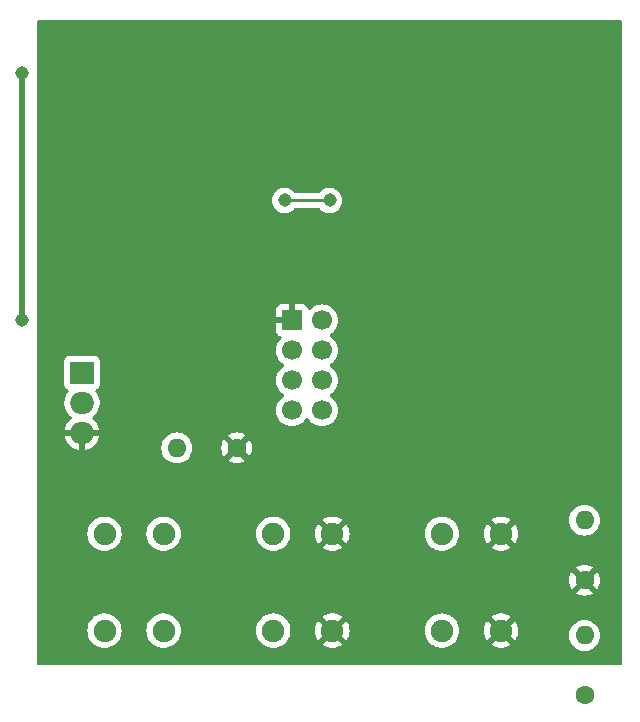
<source format=gbr>
%TF.GenerationSoftware,KiCad,Pcbnew,7.0.9*%
%TF.CreationDate,2024-07-01T11:41:40-07:00*%
%TF.ProjectId,detonator,6465746f-6e61-4746-9f72-2e6b69636164,rev?*%
%TF.SameCoordinates,Original*%
%TF.FileFunction,Copper,L2,Bot*%
%TF.FilePolarity,Positive*%
%FSLAX46Y46*%
G04 Gerber Fmt 4.6, Leading zero omitted, Abs format (unit mm)*
G04 Created by KiCad (PCBNEW 7.0.9) date 2024-07-01 11:41:40*
%MOMM*%
%LPD*%
G01*
G04 APERTURE LIST*
%TA.AperFunction,ComponentPad*%
%ADD10C,1.600000*%
%TD*%
%TA.AperFunction,ComponentPad*%
%ADD11O,1.600000X1.600000*%
%TD*%
%TA.AperFunction,ComponentPad*%
%ADD12C,1.700000*%
%TD*%
%TA.AperFunction,ComponentPad*%
%ADD13R,1.700000X1.700000*%
%TD*%
%TA.AperFunction,ComponentPad*%
%ADD14C,1.905000*%
%TD*%
%TA.AperFunction,ComponentPad*%
%ADD15O,2.000000X1.905000*%
%TD*%
%TA.AperFunction,ComponentPad*%
%ADD16R,2.000000X1.905000*%
%TD*%
%TA.AperFunction,ViaPad*%
%ADD17C,1.143000*%
%TD*%
%TA.AperFunction,Conductor*%
%ADD18C,0.254000*%
%TD*%
%TA.AperFunction,Conductor*%
%ADD19C,0.508000*%
%TD*%
G04 APERTURE END LIST*
D10*
%TO.P,SW2,1,1*%
%TO.N,Net-(BT1-+)*%
X182245000Y-119380000D03*
D11*
%TO.P,SW2,2,2*%
%TO.N,Net-(U2-VSYS)*%
X182245000Y-114300000D03*
%TD*%
D12*
%TO.P,U1,8,IRQ*%
%TO.N,unconnected-(U1-IRQ-Pad8)*%
X160020000Y-95250000D03*
%TO.P,U1,7,MISO*%
%TO.N,Net-(U1-MISO)*%
X157480000Y-95250000D03*
%TO.P,U1,6,MOSI*%
%TO.N,Net-(U1-MOSI)*%
X160020000Y-92710000D03*
%TO.P,U1,5,SCK*%
%TO.N,Net-(U1-SCK)*%
X157480000Y-92710000D03*
%TO.P,U1,4,~{CSN}*%
%TO.N,Net-(U1-~{CSN})*%
X160020000Y-90170000D03*
%TO.P,U1,3,CE*%
%TO.N,Net-(U1-CE)*%
X157480000Y-90170000D03*
%TO.P,U1,2,VCC*%
%TO.N,Net-(U1-VCC)*%
X160020000Y-87630000D03*
D13*
%TO.P,U1,1,GND*%
%TO.N,GND*%
X157480000Y-87630000D03*
%TD*%
D11*
%TO.P,SW1,2,2*%
%TO.N,Net-(U2-GP22)*%
X182245000Y-104550000D03*
D10*
%TO.P,SW1,1,1*%
%TO.N,GND*%
X182245000Y-109630000D03*
%TD*%
D14*
%TO.P,R2,1*%
%TO.N,Net-(Q1-D)*%
X141605000Y-105693800D03*
X141605000Y-113893799D03*
%TO.P,R2,2*%
%TO.N,Net-(BT2-+)*%
X146605000Y-105693800D03*
X146605000Y-113893799D03*
%TD*%
D11*
%TO.P,R1,2*%
%TO.N,Net-(Q1-G)*%
X147730000Y-98425000D03*
D10*
%TO.P,R1,1*%
%TO.N,GND*%
X152810000Y-98425000D03*
%TD*%
D15*
%TO.P,Q1,3,S*%
%TO.N,GND*%
X139700000Y-97155000D03*
%TO.P,Q1,2,D*%
%TO.N,Net-(Q1-D)*%
X139700000Y-94615000D03*
D16*
%TO.P,Q1,1,G*%
%TO.N,Net-(Q1-G)*%
X139700000Y-92075000D03*
%TD*%
D14*
%TO.P,BT2,2,-*%
%TO.N,GND*%
X160894399Y-113895199D03*
X160894399Y-105695200D03*
%TO.P,BT2,1,+*%
%TO.N,Net-(BT2-+)*%
X155894399Y-113895199D03*
X155894399Y-105695200D03*
%TD*%
%TO.P,BT1,2,-*%
%TO.N,GND*%
X175180000Y-113895199D03*
X175180000Y-105695200D03*
%TO.P,BT1,1,+*%
%TO.N,Net-(BT1-+)*%
X170180000Y-113895199D03*
X170180000Y-105695200D03*
%TD*%
D17*
%TO.N,Net-(U2-GP22)*%
X156845000Y-77470000D03*
X160655000Y-77470000D03*
%TO.N,Net-(Q1-G)*%
X134620000Y-66675000D03*
X134620000Y-87630000D03*
%TO.N,GND*%
X165100000Y-66675000D03*
X139700000Y-66675000D03*
X152400000Y-66675000D03*
X152400000Y-79375000D03*
X139700000Y-79375000D03*
X177800000Y-79375000D03*
X165100000Y-79375000D03*
X177800000Y-66675000D03*
%TD*%
D18*
%TO.N,Net-(U2-GP22)*%
X160655000Y-77470000D02*
X156845000Y-77470000D01*
D19*
%TO.N,Net-(Q1-G)*%
X134620000Y-87630000D02*
X134620000Y-66675000D01*
%TD*%
%TA.AperFunction,Conductor*%
%TO.N,GND*%
G36*
X185363039Y-62249685D02*
G01*
X185408794Y-62302489D01*
X185420000Y-62354000D01*
X185420000Y-116716000D01*
X185400315Y-116783039D01*
X185347511Y-116828794D01*
X185296000Y-116840000D01*
X136014000Y-116840000D01*
X135946961Y-116820315D01*
X135901206Y-116767511D01*
X135890000Y-116716000D01*
X135890000Y-113893804D01*
X140147020Y-113893804D01*
X140166904Y-114133771D01*
X140166904Y-114133774D01*
X140166905Y-114133775D01*
X140167259Y-114135171D01*
X140226017Y-114367204D01*
X140249997Y-114421874D01*
X140322745Y-114587721D01*
X140454449Y-114789309D01*
X140617537Y-114966470D01*
X140807561Y-115114371D01*
X141019336Y-115228978D01*
X141137598Y-115269577D01*
X141247083Y-115307164D01*
X141247085Y-115307164D01*
X141247087Y-115307165D01*
X141484601Y-115346799D01*
X141484602Y-115346799D01*
X141725398Y-115346799D01*
X141725399Y-115346799D01*
X141962913Y-115307165D01*
X142190664Y-115228978D01*
X142402439Y-115114371D01*
X142592463Y-114966470D01*
X142755551Y-114789309D01*
X142887255Y-114587721D01*
X142983983Y-114367204D01*
X143043095Y-114133775D01*
X143062864Y-113895198D01*
X143062980Y-113893804D01*
X145147020Y-113893804D01*
X145166904Y-114133771D01*
X145166904Y-114133774D01*
X145166905Y-114133775D01*
X145167259Y-114135171D01*
X145226017Y-114367204D01*
X145249997Y-114421874D01*
X145322745Y-114587721D01*
X145454449Y-114789309D01*
X145617537Y-114966470D01*
X145807561Y-115114371D01*
X146019336Y-115228978D01*
X146137598Y-115269577D01*
X146247083Y-115307164D01*
X146247085Y-115307164D01*
X146247087Y-115307165D01*
X146484601Y-115346799D01*
X146484602Y-115346799D01*
X146725398Y-115346799D01*
X146725399Y-115346799D01*
X146962913Y-115307165D01*
X147190664Y-115228978D01*
X147402439Y-115114371D01*
X147592463Y-114966470D01*
X147755551Y-114789309D01*
X147887255Y-114587721D01*
X147983983Y-114367204D01*
X148043095Y-114133775D01*
X148062864Y-113895204D01*
X154436419Y-113895204D01*
X154456303Y-114135171D01*
X154515416Y-114368604D01*
X154612038Y-114588881D01*
X154612144Y-114589121D01*
X154743848Y-114790709D01*
X154906936Y-114967870D01*
X155057373Y-115084959D01*
X155096421Y-115115352D01*
X155096960Y-115115771D01*
X155140144Y-115139141D01*
X155307877Y-115229914D01*
X155308735Y-115230378D01*
X155426997Y-115270977D01*
X155536482Y-115308564D01*
X155536484Y-115308564D01*
X155536486Y-115308565D01*
X155774000Y-115348199D01*
X155774001Y-115348199D01*
X156014797Y-115348199D01*
X156014798Y-115348199D01*
X156252312Y-115308565D01*
X156480063Y-115230378D01*
X156691838Y-115115771D01*
X156881862Y-114967870D01*
X157044950Y-114790709D01*
X157176654Y-114589121D01*
X157273382Y-114368604D01*
X157332494Y-114135175D01*
X157352379Y-113895204D01*
X159436921Y-113895204D01*
X159456798Y-114135088D01*
X159515890Y-114368439D01*
X159612584Y-114588881D01*
X159705279Y-114730762D01*
X160255369Y-114180673D01*
X160315323Y-114294906D01*
X160427806Y-114421874D01*
X160567406Y-114518232D01*
X160609104Y-114534046D01*
X160058189Y-115084960D01*
X160058190Y-115084961D01*
X160097231Y-115115348D01*
X160097237Y-115115352D01*
X160308930Y-115229914D01*
X160308944Y-115229920D01*
X160536606Y-115308078D01*
X160774041Y-115347699D01*
X161014757Y-115347699D01*
X161252191Y-115308078D01*
X161479853Y-115229920D01*
X161479867Y-115229914D01*
X161691559Y-115115353D01*
X161691567Y-115115348D01*
X161730606Y-115084961D01*
X161730607Y-115084959D01*
X161179694Y-114534046D01*
X161221392Y-114518232D01*
X161360992Y-114421874D01*
X161473475Y-114294906D01*
X161533428Y-114180675D01*
X162083516Y-114730763D01*
X162176214Y-114588878D01*
X162272907Y-114368439D01*
X162331999Y-114135088D01*
X162351877Y-113895204D01*
X168722020Y-113895204D01*
X168741904Y-114135171D01*
X168801017Y-114368604D01*
X168897639Y-114588881D01*
X168897745Y-114589121D01*
X169029449Y-114790709D01*
X169192537Y-114967870D01*
X169342974Y-115084959D01*
X169382022Y-115115352D01*
X169382561Y-115115771D01*
X169425745Y-115139141D01*
X169593478Y-115229914D01*
X169594336Y-115230378D01*
X169712598Y-115270977D01*
X169822083Y-115308564D01*
X169822085Y-115308564D01*
X169822087Y-115308565D01*
X170059601Y-115348199D01*
X170059602Y-115348199D01*
X170300398Y-115348199D01*
X170300399Y-115348199D01*
X170537913Y-115308565D01*
X170765664Y-115230378D01*
X170977439Y-115115771D01*
X171167463Y-114967870D01*
X171330551Y-114790709D01*
X171462255Y-114589121D01*
X171558983Y-114368604D01*
X171618095Y-114135175D01*
X171637980Y-113895204D01*
X173722522Y-113895204D01*
X173742399Y-114135088D01*
X173801491Y-114368439D01*
X173898185Y-114588881D01*
X173990880Y-114730762D01*
X174540970Y-114180673D01*
X174600924Y-114294906D01*
X174713407Y-114421874D01*
X174853007Y-114518232D01*
X174894705Y-114534046D01*
X174343790Y-115084960D01*
X174343791Y-115084961D01*
X174382832Y-115115348D01*
X174382838Y-115115352D01*
X174594531Y-115229914D01*
X174594545Y-115229920D01*
X174822207Y-115308078D01*
X175059642Y-115347699D01*
X175300358Y-115347699D01*
X175537792Y-115308078D01*
X175765454Y-115229920D01*
X175765468Y-115229914D01*
X175977160Y-115115353D01*
X175977168Y-115115348D01*
X176016207Y-115084961D01*
X176016208Y-115084959D01*
X175465295Y-114534046D01*
X175506993Y-114518232D01*
X175646593Y-114421874D01*
X175759076Y-114294906D01*
X175819029Y-114180675D01*
X176369117Y-114730763D01*
X176461815Y-114588878D01*
X176558508Y-114368439D01*
X176575839Y-114300001D01*
X180939532Y-114300001D01*
X180959364Y-114526686D01*
X180959366Y-114526697D01*
X181018258Y-114746488D01*
X181018261Y-114746497D01*
X181114431Y-114952732D01*
X181114432Y-114952734D01*
X181244954Y-115139141D01*
X181405858Y-115300045D01*
X181418025Y-115308564D01*
X181592266Y-115430568D01*
X181798504Y-115526739D01*
X182018308Y-115585635D01*
X182180230Y-115599801D01*
X182244998Y-115605468D01*
X182245000Y-115605468D01*
X182245002Y-115605468D01*
X182301673Y-115600509D01*
X182471692Y-115585635D01*
X182691496Y-115526739D01*
X182897734Y-115430568D01*
X183084139Y-115300047D01*
X183245047Y-115139139D01*
X183375568Y-114952734D01*
X183471739Y-114746496D01*
X183530635Y-114526692D01*
X183550468Y-114300000D01*
X183530635Y-114073308D01*
X183482911Y-113895198D01*
X183471741Y-113853511D01*
X183471738Y-113853502D01*
X183375568Y-113647266D01*
X183245047Y-113460861D01*
X183245045Y-113460858D01*
X183084141Y-113299954D01*
X182897734Y-113169432D01*
X182897732Y-113169431D01*
X182691497Y-113073261D01*
X182691488Y-113073258D01*
X182471697Y-113014366D01*
X182471693Y-113014365D01*
X182471692Y-113014365D01*
X182471691Y-113014364D01*
X182471686Y-113014364D01*
X182245002Y-112994532D01*
X182244998Y-112994532D01*
X182018313Y-113014364D01*
X182018302Y-113014366D01*
X181798511Y-113073258D01*
X181798502Y-113073261D01*
X181592267Y-113169431D01*
X181592265Y-113169432D01*
X181405858Y-113299954D01*
X181244954Y-113460858D01*
X181114432Y-113647265D01*
X181114431Y-113647267D01*
X181018261Y-113853502D01*
X181018258Y-113853511D01*
X180959366Y-114073302D01*
X180959364Y-114073313D01*
X180939532Y-114299998D01*
X180939532Y-114300001D01*
X176575839Y-114300001D01*
X176617600Y-114135088D01*
X176637478Y-113895204D01*
X176637478Y-113895193D01*
X176617600Y-113655309D01*
X176558508Y-113421958D01*
X176461815Y-113201519D01*
X176369117Y-113059633D01*
X175819028Y-113609722D01*
X175759076Y-113495492D01*
X175646593Y-113368524D01*
X175506993Y-113272166D01*
X175465293Y-113256351D01*
X176016208Y-112705436D01*
X176016208Y-112705435D01*
X175977166Y-112675048D01*
X175977161Y-112675045D01*
X175765468Y-112560483D01*
X175765454Y-112560477D01*
X175537792Y-112482319D01*
X175300358Y-112442699D01*
X175059642Y-112442699D01*
X174822207Y-112482319D01*
X174594545Y-112560477D01*
X174594531Y-112560483D01*
X174382837Y-112675045D01*
X174382826Y-112675052D01*
X174343791Y-112705434D01*
X174343791Y-112705436D01*
X174894706Y-113256351D01*
X174853007Y-113272166D01*
X174713407Y-113368524D01*
X174600924Y-113495492D01*
X174540970Y-113609723D01*
X173990881Y-113059634D01*
X173898185Y-113201516D01*
X173801491Y-113421958D01*
X173742399Y-113655309D01*
X173722522Y-113895193D01*
X173722522Y-113895204D01*
X171637980Y-113895204D01*
X171637980Y-113895199D01*
X171637864Y-113893804D01*
X171618095Y-113655226D01*
X171618095Y-113655223D01*
X171558983Y-113421794D01*
X171462255Y-113201277D01*
X171330551Y-112999689D01*
X171167463Y-112822528D01*
X171017020Y-112705434D01*
X170977441Y-112674628D01*
X170765665Y-112560020D01*
X170765656Y-112560017D01*
X170537916Y-112481833D01*
X170359777Y-112452107D01*
X170300399Y-112442199D01*
X170059601Y-112442199D01*
X170012098Y-112450125D01*
X169822083Y-112481833D01*
X169594343Y-112560017D01*
X169594334Y-112560020D01*
X169382558Y-112674628D01*
X169248456Y-112779004D01*
X169192537Y-112822528D01*
X169192534Y-112822530D01*
X169192534Y-112822531D01*
X169029449Y-112999689D01*
X168897743Y-113201280D01*
X168801017Y-113421793D01*
X168741904Y-113655226D01*
X168722020Y-113895193D01*
X168722020Y-113895204D01*
X162351877Y-113895204D01*
X162351877Y-113895193D01*
X162331999Y-113655309D01*
X162272907Y-113421958D01*
X162176214Y-113201519D01*
X162083516Y-113059633D01*
X161533427Y-113609722D01*
X161473475Y-113495492D01*
X161360992Y-113368524D01*
X161221392Y-113272166D01*
X161179692Y-113256351D01*
X161730607Y-112705436D01*
X161730607Y-112705435D01*
X161691565Y-112675048D01*
X161691560Y-112675045D01*
X161479867Y-112560483D01*
X161479853Y-112560477D01*
X161252191Y-112482319D01*
X161014757Y-112442699D01*
X160774041Y-112442699D01*
X160536606Y-112482319D01*
X160308944Y-112560477D01*
X160308930Y-112560483D01*
X160097236Y-112675045D01*
X160097225Y-112675052D01*
X160058190Y-112705434D01*
X160058190Y-112705436D01*
X160609105Y-113256351D01*
X160567406Y-113272166D01*
X160427806Y-113368524D01*
X160315323Y-113495492D01*
X160255369Y-113609723D01*
X159705280Y-113059634D01*
X159612584Y-113201516D01*
X159515890Y-113421958D01*
X159456798Y-113655309D01*
X159436921Y-113895193D01*
X159436921Y-113895204D01*
X157352379Y-113895204D01*
X157352379Y-113895199D01*
X157352263Y-113893804D01*
X157332494Y-113655226D01*
X157332494Y-113655223D01*
X157273382Y-113421794D01*
X157176654Y-113201277D01*
X157044950Y-112999689D01*
X156881862Y-112822528D01*
X156731419Y-112705434D01*
X156691840Y-112674628D01*
X156480064Y-112560020D01*
X156480055Y-112560017D01*
X156252315Y-112481833D01*
X156074176Y-112452107D01*
X156014798Y-112442199D01*
X155774000Y-112442199D01*
X155726497Y-112450125D01*
X155536482Y-112481833D01*
X155308742Y-112560017D01*
X155308733Y-112560020D01*
X155096957Y-112674628D01*
X154962855Y-112779004D01*
X154906936Y-112822528D01*
X154906933Y-112822530D01*
X154906933Y-112822531D01*
X154743848Y-112999689D01*
X154612142Y-113201280D01*
X154515416Y-113421793D01*
X154456303Y-113655226D01*
X154436419Y-113895193D01*
X154436419Y-113895204D01*
X148062864Y-113895204D01*
X148062864Y-113895198D01*
X148062980Y-113893804D01*
X148062980Y-113893793D01*
X148043095Y-113653826D01*
X148043095Y-113653823D01*
X147983983Y-113420394D01*
X147887255Y-113199877D01*
X147755551Y-112998289D01*
X147592463Y-112821128D01*
X147404775Y-112675045D01*
X147402441Y-112673228D01*
X147190665Y-112558620D01*
X147190656Y-112558617D01*
X146962916Y-112480433D01*
X146784777Y-112450707D01*
X146725399Y-112440799D01*
X146484601Y-112440799D01*
X146437098Y-112448725D01*
X146247083Y-112480433D01*
X146019343Y-112558617D01*
X146019334Y-112558620D01*
X145807558Y-112673228D01*
X145673456Y-112777604D01*
X145617537Y-112821128D01*
X145617534Y-112821130D01*
X145617534Y-112821131D01*
X145454449Y-112998289D01*
X145322743Y-113199880D01*
X145226017Y-113420393D01*
X145166904Y-113653826D01*
X145147020Y-113893793D01*
X145147020Y-113893804D01*
X143062980Y-113893804D01*
X143062980Y-113893793D01*
X143043095Y-113653826D01*
X143043095Y-113653823D01*
X142983983Y-113420394D01*
X142887255Y-113199877D01*
X142755551Y-112998289D01*
X142592463Y-112821128D01*
X142404775Y-112675045D01*
X142402441Y-112673228D01*
X142190665Y-112558620D01*
X142190656Y-112558617D01*
X141962916Y-112480433D01*
X141784777Y-112450707D01*
X141725399Y-112440799D01*
X141484601Y-112440799D01*
X141437098Y-112448725D01*
X141247083Y-112480433D01*
X141019343Y-112558617D01*
X141019334Y-112558620D01*
X140807558Y-112673228D01*
X140673456Y-112777604D01*
X140617537Y-112821128D01*
X140617534Y-112821130D01*
X140617534Y-112821131D01*
X140454449Y-112998289D01*
X140322743Y-113199880D01*
X140226017Y-113420393D01*
X140166904Y-113653826D01*
X140147020Y-113893793D01*
X140147020Y-113893804D01*
X135890000Y-113893804D01*
X135890000Y-109630002D01*
X180940034Y-109630002D01*
X180959858Y-109856599D01*
X180959860Y-109856610D01*
X181018730Y-110076317D01*
X181018734Y-110076326D01*
X181114865Y-110282481D01*
X181114866Y-110282483D01*
X181165973Y-110355471D01*
X181165974Y-110355472D01*
X181847046Y-109674399D01*
X181859835Y-109755148D01*
X181917359Y-109868045D01*
X182006955Y-109957641D01*
X182119852Y-110015165D01*
X182200599Y-110027953D01*
X181519526Y-110709025D01*
X181519526Y-110709026D01*
X181592512Y-110760131D01*
X181592516Y-110760133D01*
X181798673Y-110856265D01*
X181798682Y-110856269D01*
X182018389Y-110915139D01*
X182018400Y-110915141D01*
X182244998Y-110934966D01*
X182245002Y-110934966D01*
X182471599Y-110915141D01*
X182471610Y-110915139D01*
X182691317Y-110856269D01*
X182691331Y-110856264D01*
X182897478Y-110760136D01*
X182970472Y-110709025D01*
X182289401Y-110027953D01*
X182370148Y-110015165D01*
X182483045Y-109957641D01*
X182572641Y-109868045D01*
X182630165Y-109755148D01*
X182642953Y-109674400D01*
X183324025Y-110355472D01*
X183375136Y-110282478D01*
X183471264Y-110076331D01*
X183471269Y-110076317D01*
X183530139Y-109856610D01*
X183530141Y-109856599D01*
X183549966Y-109630002D01*
X183549966Y-109629997D01*
X183530141Y-109403400D01*
X183530139Y-109403389D01*
X183471269Y-109183682D01*
X183471265Y-109183673D01*
X183375133Y-108977516D01*
X183375131Y-108977512D01*
X183324026Y-108904526D01*
X183324025Y-108904526D01*
X182642953Y-109585598D01*
X182630165Y-109504852D01*
X182572641Y-109391955D01*
X182483045Y-109302359D01*
X182370148Y-109244835D01*
X182289400Y-109232046D01*
X182970472Y-108550974D01*
X182970471Y-108550973D01*
X182897483Y-108499866D01*
X182897481Y-108499865D01*
X182691326Y-108403734D01*
X182691317Y-108403730D01*
X182471610Y-108344860D01*
X182471599Y-108344858D01*
X182245002Y-108325034D01*
X182244998Y-108325034D01*
X182018400Y-108344858D01*
X182018389Y-108344860D01*
X181798682Y-108403730D01*
X181798673Y-108403734D01*
X181592513Y-108499868D01*
X181519527Y-108550972D01*
X181519526Y-108550973D01*
X182200600Y-109232046D01*
X182119852Y-109244835D01*
X182006955Y-109302359D01*
X181917359Y-109391955D01*
X181859835Y-109504852D01*
X181847046Y-109585599D01*
X181165973Y-108904526D01*
X181165972Y-108904527D01*
X181114868Y-108977513D01*
X181018734Y-109183673D01*
X181018730Y-109183682D01*
X180959860Y-109403389D01*
X180959858Y-109403400D01*
X180940034Y-109629997D01*
X180940034Y-109630002D01*
X135890000Y-109630002D01*
X135890000Y-105693805D01*
X140147020Y-105693805D01*
X140166904Y-105933772D01*
X140166904Y-105933775D01*
X140166905Y-105933776D01*
X140167259Y-105935172D01*
X140226017Y-106167205D01*
X140249997Y-106221875D01*
X140322745Y-106387722D01*
X140454449Y-106589310D01*
X140617537Y-106766471D01*
X140807561Y-106914372D01*
X141019336Y-107028979D01*
X141137598Y-107069578D01*
X141247083Y-107107165D01*
X141247085Y-107107165D01*
X141247087Y-107107166D01*
X141484601Y-107146800D01*
X141484602Y-107146800D01*
X141725398Y-107146800D01*
X141725399Y-107146800D01*
X141962913Y-107107166D01*
X142190664Y-107028979D01*
X142402439Y-106914372D01*
X142592463Y-106766471D01*
X142755551Y-106589310D01*
X142887255Y-106387722D01*
X142983983Y-106167205D01*
X143043095Y-105933776D01*
X143056107Y-105776741D01*
X143062980Y-105693805D01*
X145147020Y-105693805D01*
X145166904Y-105933772D01*
X145166904Y-105933775D01*
X145166905Y-105933776D01*
X145167259Y-105935172D01*
X145226017Y-106167205D01*
X145249997Y-106221875D01*
X145322745Y-106387722D01*
X145454449Y-106589310D01*
X145617537Y-106766471D01*
X145807561Y-106914372D01*
X146019336Y-107028979D01*
X146137598Y-107069578D01*
X146247083Y-107107165D01*
X146247085Y-107107165D01*
X146247087Y-107107166D01*
X146484601Y-107146800D01*
X146484602Y-107146800D01*
X146725398Y-107146800D01*
X146725399Y-107146800D01*
X146962913Y-107107166D01*
X147190664Y-107028979D01*
X147402439Y-106914372D01*
X147592463Y-106766471D01*
X147755551Y-106589310D01*
X147887255Y-106387722D01*
X147983983Y-106167205D01*
X148043095Y-105933776D01*
X148056107Y-105776741D01*
X148062864Y-105695205D01*
X154436419Y-105695205D01*
X154456303Y-105935172D01*
X154515416Y-106168605D01*
X154612038Y-106388882D01*
X154612144Y-106389122D01*
X154743848Y-106590710D01*
X154906936Y-106767871D01*
X155057373Y-106884960D01*
X155096421Y-106915353D01*
X155096960Y-106915772D01*
X155270724Y-107009808D01*
X155307877Y-107029915D01*
X155308735Y-107030379D01*
X155426997Y-107070978D01*
X155536482Y-107108565D01*
X155536484Y-107108565D01*
X155536486Y-107108566D01*
X155774000Y-107148200D01*
X155774001Y-107148200D01*
X156014797Y-107148200D01*
X156014798Y-107148200D01*
X156252312Y-107108566D01*
X156480063Y-107030379D01*
X156691838Y-106915772D01*
X156881862Y-106767871D01*
X157044950Y-106590710D01*
X157176654Y-106389122D01*
X157273382Y-106168605D01*
X157332494Y-105935176D01*
X157345622Y-105776741D01*
X157352379Y-105695205D01*
X159436921Y-105695205D01*
X159456798Y-105935089D01*
X159515890Y-106168440D01*
X159612584Y-106388882D01*
X159705279Y-106530763D01*
X160255369Y-105980674D01*
X160315323Y-106094907D01*
X160427806Y-106221875D01*
X160567406Y-106318233D01*
X160609104Y-106334047D01*
X160058189Y-106884961D01*
X160058190Y-106884962D01*
X160097231Y-106915349D01*
X160097237Y-106915353D01*
X160308930Y-107029915D01*
X160308944Y-107029921D01*
X160536606Y-107108079D01*
X160774041Y-107147700D01*
X161014757Y-107147700D01*
X161252191Y-107108079D01*
X161479853Y-107029921D01*
X161479867Y-107029915D01*
X161691559Y-106915354D01*
X161691567Y-106915349D01*
X161730606Y-106884962D01*
X161730607Y-106884960D01*
X161179694Y-106334047D01*
X161221392Y-106318233D01*
X161360992Y-106221875D01*
X161473475Y-106094907D01*
X161533428Y-105980676D01*
X162083516Y-106530764D01*
X162176214Y-106388879D01*
X162272907Y-106168440D01*
X162331999Y-105935089D01*
X162351877Y-105695205D01*
X168722020Y-105695205D01*
X168741904Y-105935172D01*
X168801017Y-106168605D01*
X168897639Y-106388882D01*
X168897745Y-106389122D01*
X169029449Y-106590710D01*
X169192537Y-106767871D01*
X169342974Y-106884960D01*
X169382022Y-106915353D01*
X169382561Y-106915772D01*
X169556325Y-107009808D01*
X169593478Y-107029915D01*
X169594336Y-107030379D01*
X169712598Y-107070978D01*
X169822083Y-107108565D01*
X169822085Y-107108565D01*
X169822087Y-107108566D01*
X170059601Y-107148200D01*
X170059602Y-107148200D01*
X170300398Y-107148200D01*
X170300399Y-107148200D01*
X170537913Y-107108566D01*
X170765664Y-107030379D01*
X170977439Y-106915772D01*
X171167463Y-106767871D01*
X171330551Y-106590710D01*
X171462255Y-106389122D01*
X171558983Y-106168605D01*
X171618095Y-105935176D01*
X171631223Y-105776741D01*
X171637980Y-105695205D01*
X173722522Y-105695205D01*
X173742399Y-105935089D01*
X173801491Y-106168440D01*
X173898185Y-106388882D01*
X173990880Y-106530763D01*
X174540970Y-105980674D01*
X174600924Y-106094907D01*
X174713407Y-106221875D01*
X174853007Y-106318233D01*
X174894705Y-106334047D01*
X174343790Y-106884961D01*
X174343791Y-106884962D01*
X174382832Y-106915349D01*
X174382838Y-106915353D01*
X174594531Y-107029915D01*
X174594545Y-107029921D01*
X174822207Y-107108079D01*
X175059642Y-107147700D01*
X175300358Y-107147700D01*
X175537792Y-107108079D01*
X175765454Y-107029921D01*
X175765468Y-107029915D01*
X175977160Y-106915354D01*
X175977168Y-106915349D01*
X176016207Y-106884962D01*
X176016208Y-106884960D01*
X175465295Y-106334047D01*
X175506993Y-106318233D01*
X175646593Y-106221875D01*
X175759076Y-106094907D01*
X175819029Y-105980676D01*
X176369117Y-106530764D01*
X176461815Y-106388879D01*
X176558508Y-106168440D01*
X176617600Y-105935089D01*
X176637478Y-105695205D01*
X176637478Y-105695194D01*
X176617600Y-105455310D01*
X176558508Y-105221959D01*
X176461815Y-105001520D01*
X176369117Y-104859634D01*
X175819028Y-105409723D01*
X175759076Y-105295493D01*
X175646593Y-105168525D01*
X175506993Y-105072167D01*
X175465293Y-105056352D01*
X175971644Y-104550001D01*
X180939532Y-104550001D01*
X180959364Y-104776686D01*
X180959366Y-104776697D01*
X181018258Y-104996488D01*
X181018261Y-104996497D01*
X181114431Y-105202732D01*
X181114432Y-105202734D01*
X181244954Y-105389141D01*
X181405858Y-105550045D01*
X181405861Y-105550047D01*
X181592266Y-105680568D01*
X181798504Y-105776739D01*
X181798509Y-105776740D01*
X181798511Y-105776741D01*
X181851415Y-105790916D01*
X182018308Y-105835635D01*
X182180230Y-105849801D01*
X182244998Y-105855468D01*
X182245000Y-105855468D01*
X182245002Y-105855468D01*
X182301673Y-105850509D01*
X182471692Y-105835635D01*
X182691496Y-105776739D01*
X182897734Y-105680568D01*
X183084139Y-105550047D01*
X183245047Y-105389139D01*
X183375568Y-105202734D01*
X183471739Y-104996496D01*
X183530635Y-104776692D01*
X183550468Y-104550000D01*
X183530635Y-104323308D01*
X183471739Y-104103504D01*
X183375568Y-103897266D01*
X183245047Y-103710861D01*
X183245045Y-103710858D01*
X183084141Y-103549954D01*
X182897734Y-103419432D01*
X182897732Y-103419431D01*
X182691497Y-103323261D01*
X182691488Y-103323258D01*
X182471697Y-103264366D01*
X182471693Y-103264365D01*
X182471692Y-103264365D01*
X182471691Y-103264364D01*
X182471686Y-103264364D01*
X182245002Y-103244532D01*
X182244998Y-103244532D01*
X182018313Y-103264364D01*
X182018302Y-103264366D01*
X181798511Y-103323258D01*
X181798502Y-103323261D01*
X181592267Y-103419431D01*
X181592265Y-103419432D01*
X181405858Y-103549954D01*
X181244954Y-103710858D01*
X181114432Y-103897265D01*
X181114431Y-103897267D01*
X181018261Y-104103502D01*
X181018258Y-104103511D01*
X180959366Y-104323302D01*
X180959364Y-104323313D01*
X180939532Y-104549998D01*
X180939532Y-104550001D01*
X175971644Y-104550001D01*
X176016208Y-104505437D01*
X176016208Y-104505436D01*
X175977166Y-104475049D01*
X175977161Y-104475046D01*
X175765468Y-104360484D01*
X175765454Y-104360478D01*
X175537792Y-104282320D01*
X175300358Y-104242700D01*
X175059642Y-104242700D01*
X174822207Y-104282320D01*
X174594545Y-104360478D01*
X174594531Y-104360484D01*
X174382837Y-104475046D01*
X174382826Y-104475053D01*
X174343791Y-104505435D01*
X174343791Y-104505437D01*
X174894706Y-105056352D01*
X174853007Y-105072167D01*
X174713407Y-105168525D01*
X174600924Y-105295493D01*
X174540970Y-105409724D01*
X173990881Y-104859635D01*
X173898185Y-105001517D01*
X173801491Y-105221959D01*
X173742399Y-105455310D01*
X173722522Y-105695194D01*
X173722522Y-105695205D01*
X171637980Y-105695205D01*
X171637980Y-105695194D01*
X171618095Y-105455227D01*
X171618095Y-105455224D01*
X171558983Y-105221795D01*
X171462255Y-105001278D01*
X171330551Y-104799690D01*
X171167463Y-104622529D01*
X171017020Y-104505435D01*
X170977441Y-104474629D01*
X170765665Y-104360021D01*
X170765656Y-104360018D01*
X170537916Y-104281834D01*
X170359777Y-104252108D01*
X170300399Y-104242200D01*
X170059601Y-104242200D01*
X170012098Y-104250126D01*
X169822083Y-104281834D01*
X169594343Y-104360018D01*
X169594334Y-104360021D01*
X169382558Y-104474629D01*
X169285721Y-104550001D01*
X169192537Y-104622529D01*
X169192534Y-104622531D01*
X169192534Y-104622532D01*
X169029449Y-104799690D01*
X168897743Y-105001281D01*
X168801017Y-105221794D01*
X168741904Y-105455227D01*
X168722020Y-105695194D01*
X168722020Y-105695205D01*
X162351877Y-105695205D01*
X162351877Y-105695194D01*
X162331999Y-105455310D01*
X162272907Y-105221959D01*
X162176214Y-105001520D01*
X162083516Y-104859634D01*
X161533427Y-105409723D01*
X161473475Y-105295493D01*
X161360992Y-105168525D01*
X161221392Y-105072167D01*
X161179692Y-105056352D01*
X161730607Y-104505437D01*
X161730607Y-104505436D01*
X161691565Y-104475049D01*
X161691560Y-104475046D01*
X161479867Y-104360484D01*
X161479853Y-104360478D01*
X161252191Y-104282320D01*
X161014757Y-104242700D01*
X160774041Y-104242700D01*
X160536606Y-104282320D01*
X160308944Y-104360478D01*
X160308930Y-104360484D01*
X160097236Y-104475046D01*
X160097225Y-104475053D01*
X160058190Y-104505435D01*
X160058190Y-104505437D01*
X160609105Y-105056352D01*
X160567406Y-105072167D01*
X160427806Y-105168525D01*
X160315323Y-105295493D01*
X160255369Y-105409724D01*
X159705280Y-104859635D01*
X159612584Y-105001517D01*
X159515890Y-105221959D01*
X159456798Y-105455310D01*
X159436921Y-105695194D01*
X159436921Y-105695205D01*
X157352379Y-105695205D01*
X157352379Y-105695194D01*
X157332494Y-105455227D01*
X157332494Y-105455224D01*
X157273382Y-105221795D01*
X157176654Y-105001278D01*
X157044950Y-104799690D01*
X156881862Y-104622529D01*
X156731419Y-104505435D01*
X156691840Y-104474629D01*
X156480064Y-104360021D01*
X156480055Y-104360018D01*
X156252315Y-104281834D01*
X156074176Y-104252108D01*
X156014798Y-104242200D01*
X155774000Y-104242200D01*
X155726497Y-104250126D01*
X155536482Y-104281834D01*
X155308742Y-104360018D01*
X155308733Y-104360021D01*
X155096957Y-104474629D01*
X155000120Y-104550001D01*
X154906936Y-104622529D01*
X154906933Y-104622531D01*
X154906933Y-104622532D01*
X154743848Y-104799690D01*
X154612142Y-105001281D01*
X154515416Y-105221794D01*
X154456303Y-105455227D01*
X154436419Y-105695194D01*
X154436419Y-105695205D01*
X148062864Y-105695205D01*
X148062980Y-105693805D01*
X148062980Y-105693794D01*
X148043095Y-105453827D01*
X148043095Y-105453824D01*
X147983983Y-105220395D01*
X147887255Y-104999878D01*
X147755551Y-104798290D01*
X147592463Y-104621129D01*
X147404775Y-104475046D01*
X147402441Y-104473229D01*
X147190665Y-104358621D01*
X147190656Y-104358618D01*
X146962916Y-104280434D01*
X146784777Y-104250708D01*
X146725399Y-104240800D01*
X146484601Y-104240800D01*
X146437098Y-104248726D01*
X146247083Y-104280434D01*
X146019343Y-104358618D01*
X146019334Y-104358621D01*
X145807558Y-104473229D01*
X145673456Y-104577605D01*
X145617537Y-104621129D01*
X145617534Y-104621131D01*
X145617534Y-104621132D01*
X145454449Y-104798290D01*
X145322743Y-104999881D01*
X145226017Y-105220394D01*
X145166904Y-105453827D01*
X145147020Y-105693794D01*
X145147020Y-105693805D01*
X143062980Y-105693805D01*
X143062980Y-105693794D01*
X143043095Y-105453827D01*
X143043095Y-105453824D01*
X142983983Y-105220395D01*
X142887255Y-104999878D01*
X142755551Y-104798290D01*
X142592463Y-104621129D01*
X142404775Y-104475046D01*
X142402441Y-104473229D01*
X142190665Y-104358621D01*
X142190656Y-104358618D01*
X141962916Y-104280434D01*
X141784777Y-104250708D01*
X141725399Y-104240800D01*
X141484601Y-104240800D01*
X141437098Y-104248726D01*
X141247083Y-104280434D01*
X141019343Y-104358618D01*
X141019334Y-104358621D01*
X140807558Y-104473229D01*
X140673456Y-104577605D01*
X140617537Y-104621129D01*
X140617534Y-104621131D01*
X140617534Y-104621132D01*
X140454449Y-104798290D01*
X140322743Y-104999881D01*
X140226017Y-105220394D01*
X140166904Y-105453827D01*
X140147020Y-105693794D01*
X140147020Y-105693805D01*
X135890000Y-105693805D01*
X135890000Y-94735399D01*
X138199500Y-94735399D01*
X138208000Y-94786335D01*
X138239134Y-94972916D01*
X138317318Y-95200656D01*
X138317321Y-95200665D01*
X138431929Y-95412441D01*
X138475451Y-95468358D01*
X138579829Y-95602463D01*
X138700616Y-95713655D01*
X138756994Y-95765555D01*
X138781384Y-95781489D01*
X138826742Y-95834634D01*
X138836166Y-95903866D01*
X138806665Y-95967202D01*
X138781390Y-95989104D01*
X138757297Y-96004846D01*
X138757289Y-96004851D01*
X138580202Y-96167873D01*
X138580193Y-96167883D01*
X138432350Y-96357831D01*
X138432344Y-96357840D01*
X138317784Y-96569531D01*
X138317778Y-96569545D01*
X138239619Y-96797208D01*
X138221633Y-96904999D01*
X138221634Y-96905000D01*
X139205148Y-96905000D01*
X139156441Y-97042047D01*
X139146123Y-97192886D01*
X139176884Y-97340915D01*
X139210090Y-97405000D01*
X138221633Y-97405000D01*
X138239619Y-97512791D01*
X138317778Y-97740454D01*
X138317784Y-97740468D01*
X138432344Y-97952159D01*
X138432350Y-97952168D01*
X138580193Y-98142116D01*
X138580202Y-98142126D01*
X138757289Y-98305148D01*
X138757300Y-98305156D01*
X138958815Y-98436813D01*
X139179260Y-98533508D01*
X139179259Y-98533508D01*
X139412604Y-98592599D01*
X139450000Y-98595697D01*
X139450000Y-97646683D01*
X139478819Y-97664209D01*
X139624404Y-97705000D01*
X139737622Y-97705000D01*
X139849783Y-97689584D01*
X139950000Y-97646053D01*
X139950000Y-98595696D01*
X139987394Y-98592599D01*
X139987395Y-98592599D01*
X140220740Y-98533508D01*
X140441184Y-98436813D01*
X140459264Y-98425001D01*
X146424532Y-98425001D01*
X146444364Y-98651686D01*
X146444366Y-98651697D01*
X146503258Y-98871488D01*
X146503261Y-98871497D01*
X146599431Y-99077732D01*
X146599432Y-99077734D01*
X146729954Y-99264141D01*
X146890858Y-99425045D01*
X146890861Y-99425047D01*
X147077266Y-99555568D01*
X147283504Y-99651739D01*
X147503308Y-99710635D01*
X147665230Y-99724801D01*
X147729998Y-99730468D01*
X147730000Y-99730468D01*
X147730002Y-99730468D01*
X147786673Y-99725509D01*
X147956692Y-99710635D01*
X148176496Y-99651739D01*
X148382734Y-99555568D01*
X148569139Y-99425047D01*
X148730047Y-99264139D01*
X148860568Y-99077734D01*
X148956739Y-98871496D01*
X149015635Y-98651692D01*
X149032634Y-98457384D01*
X149035468Y-98425002D01*
X151505034Y-98425002D01*
X151524858Y-98651599D01*
X151524860Y-98651610D01*
X151583730Y-98871317D01*
X151583734Y-98871326D01*
X151679865Y-99077481D01*
X151679866Y-99077483D01*
X151730973Y-99150471D01*
X151730974Y-99150472D01*
X152412046Y-98469399D01*
X152424835Y-98550148D01*
X152482359Y-98663045D01*
X152571955Y-98752641D01*
X152684852Y-98810165D01*
X152765599Y-98822953D01*
X152084526Y-99504025D01*
X152084526Y-99504026D01*
X152157512Y-99555131D01*
X152157516Y-99555133D01*
X152363673Y-99651265D01*
X152363682Y-99651269D01*
X152583389Y-99710139D01*
X152583400Y-99710141D01*
X152809998Y-99729966D01*
X152810002Y-99729966D01*
X153036599Y-99710141D01*
X153036610Y-99710139D01*
X153256317Y-99651269D01*
X153256331Y-99651264D01*
X153462478Y-99555136D01*
X153535472Y-99504025D01*
X152854401Y-98822953D01*
X152935148Y-98810165D01*
X153048045Y-98752641D01*
X153137641Y-98663045D01*
X153195165Y-98550148D01*
X153207953Y-98469400D01*
X153889025Y-99150472D01*
X153940136Y-99077478D01*
X154036264Y-98871331D01*
X154036269Y-98871317D01*
X154095139Y-98651610D01*
X154095141Y-98651599D01*
X154114966Y-98425002D01*
X154114966Y-98424997D01*
X154095141Y-98198400D01*
X154095139Y-98198389D01*
X154036269Y-97978682D01*
X154036265Y-97978673D01*
X153940133Y-97772516D01*
X153940131Y-97772512D01*
X153889026Y-97699526D01*
X153889025Y-97699526D01*
X153207953Y-98380598D01*
X153195165Y-98299852D01*
X153137641Y-98186955D01*
X153048045Y-98097359D01*
X152935148Y-98039835D01*
X152854400Y-98027046D01*
X153535472Y-97345974D01*
X153535471Y-97345973D01*
X153462483Y-97294866D01*
X153462481Y-97294865D01*
X153256326Y-97198734D01*
X153256317Y-97198730D01*
X153036610Y-97139860D01*
X153036599Y-97139858D01*
X152810002Y-97120034D01*
X152809998Y-97120034D01*
X152583400Y-97139858D01*
X152583389Y-97139860D01*
X152363682Y-97198730D01*
X152363673Y-97198734D01*
X152157513Y-97294868D01*
X152084527Y-97345972D01*
X152084526Y-97345973D01*
X152765600Y-98027046D01*
X152684852Y-98039835D01*
X152571955Y-98097359D01*
X152482359Y-98186955D01*
X152424835Y-98299852D01*
X152412046Y-98380599D01*
X151730973Y-97699526D01*
X151730972Y-97699527D01*
X151679868Y-97772513D01*
X151583734Y-97978673D01*
X151583730Y-97978682D01*
X151524860Y-98198389D01*
X151524858Y-98198400D01*
X151505034Y-98424997D01*
X151505034Y-98425002D01*
X149035468Y-98425002D01*
X149035468Y-98425001D01*
X149035468Y-98424998D01*
X149015635Y-98198313D01*
X149015635Y-98198308D01*
X148956739Y-97978504D01*
X148860568Y-97772266D01*
X148730047Y-97585861D01*
X148730045Y-97585858D01*
X148569141Y-97424954D01*
X148382734Y-97294432D01*
X148382732Y-97294431D01*
X148176497Y-97198261D01*
X148176488Y-97198258D01*
X147956697Y-97139366D01*
X147956693Y-97139365D01*
X147956692Y-97139365D01*
X147956691Y-97139364D01*
X147956686Y-97139364D01*
X147730002Y-97119532D01*
X147729998Y-97119532D01*
X147503313Y-97139364D01*
X147503302Y-97139366D01*
X147283511Y-97198258D01*
X147283502Y-97198261D01*
X147077267Y-97294431D01*
X147077265Y-97294432D01*
X146890858Y-97424954D01*
X146729954Y-97585858D01*
X146599432Y-97772265D01*
X146599431Y-97772267D01*
X146503261Y-97978502D01*
X146503258Y-97978511D01*
X146444366Y-98198302D01*
X146444364Y-98198313D01*
X146424532Y-98424998D01*
X146424532Y-98425001D01*
X140459264Y-98425001D01*
X140642699Y-98305156D01*
X140642710Y-98305148D01*
X140819797Y-98142126D01*
X140819806Y-98142116D01*
X140967649Y-97952168D01*
X140967655Y-97952159D01*
X141082215Y-97740468D01*
X141082221Y-97740454D01*
X141160380Y-97512791D01*
X141178367Y-97405000D01*
X140194852Y-97405000D01*
X140243559Y-97267953D01*
X140253877Y-97117114D01*
X140223116Y-96969085D01*
X140189910Y-96905000D01*
X141178366Y-96905000D01*
X141178366Y-96904999D01*
X141160380Y-96797208D01*
X141082221Y-96569545D01*
X141082215Y-96569531D01*
X140967655Y-96357840D01*
X140967649Y-96357831D01*
X140819806Y-96167883D01*
X140819797Y-96167873D01*
X140642710Y-96004851D01*
X140642704Y-96004847D01*
X140618611Y-95989106D01*
X140573255Y-95935959D01*
X140563832Y-95866728D01*
X140593335Y-95803392D01*
X140618608Y-95781493D01*
X140643010Y-95765551D01*
X140820171Y-95602463D01*
X140968072Y-95412439D01*
X141055980Y-95250000D01*
X156124341Y-95250000D01*
X156144936Y-95485403D01*
X156144938Y-95485413D01*
X156206094Y-95713655D01*
X156206096Y-95713659D01*
X156206097Y-95713663D01*
X156262507Y-95834634D01*
X156305965Y-95927830D01*
X156305967Y-95927834D01*
X156404113Y-96068000D01*
X156441505Y-96121401D01*
X156608599Y-96288495D01*
X156705384Y-96356265D01*
X156802165Y-96424032D01*
X156802167Y-96424033D01*
X156802170Y-96424035D01*
X157016337Y-96523903D01*
X157244592Y-96585063D01*
X157432918Y-96601539D01*
X157479999Y-96605659D01*
X157480000Y-96605659D01*
X157480001Y-96605659D01*
X157519234Y-96602226D01*
X157715408Y-96585063D01*
X157943663Y-96523903D01*
X158157830Y-96424035D01*
X158351401Y-96288495D01*
X158518495Y-96121401D01*
X158648425Y-95935842D01*
X158703002Y-95892217D01*
X158772500Y-95885023D01*
X158834855Y-95916546D01*
X158851575Y-95935842D01*
X158981500Y-96121395D01*
X158981505Y-96121401D01*
X159148599Y-96288495D01*
X159245384Y-96356265D01*
X159342165Y-96424032D01*
X159342167Y-96424033D01*
X159342170Y-96424035D01*
X159556337Y-96523903D01*
X159784592Y-96585063D01*
X159972918Y-96601539D01*
X160019999Y-96605659D01*
X160020000Y-96605659D01*
X160020001Y-96605659D01*
X160059234Y-96602226D01*
X160255408Y-96585063D01*
X160483663Y-96523903D01*
X160697830Y-96424035D01*
X160891401Y-96288495D01*
X161058495Y-96121401D01*
X161194035Y-95927830D01*
X161293903Y-95713663D01*
X161355063Y-95485408D01*
X161375659Y-95250000D01*
X161355063Y-95014592D01*
X161293903Y-94786337D01*
X161194035Y-94572171D01*
X161188425Y-94564158D01*
X161058494Y-94378597D01*
X160891402Y-94211506D01*
X160891396Y-94211501D01*
X160705842Y-94081575D01*
X160662217Y-94026998D01*
X160655023Y-93957500D01*
X160686546Y-93895145D01*
X160705842Y-93878425D01*
X160728026Y-93862891D01*
X160891401Y-93748495D01*
X161058495Y-93581401D01*
X161194035Y-93387830D01*
X161293903Y-93173663D01*
X161355063Y-92945408D01*
X161375659Y-92710000D01*
X161355063Y-92474592D01*
X161293903Y-92246337D01*
X161194035Y-92032171D01*
X161188425Y-92024158D01*
X161058494Y-91838597D01*
X160891402Y-91671506D01*
X160891396Y-91671501D01*
X160705842Y-91541575D01*
X160662217Y-91486998D01*
X160655023Y-91417500D01*
X160686546Y-91355145D01*
X160705842Y-91338425D01*
X160728026Y-91322891D01*
X160891401Y-91208495D01*
X161058495Y-91041401D01*
X161194035Y-90847830D01*
X161293903Y-90633663D01*
X161355063Y-90405408D01*
X161375659Y-90170000D01*
X161355063Y-89934592D01*
X161293903Y-89706337D01*
X161194035Y-89492171D01*
X161188425Y-89484158D01*
X161058494Y-89298597D01*
X160891402Y-89131506D01*
X160891396Y-89131501D01*
X160705842Y-89001575D01*
X160662217Y-88946998D01*
X160655023Y-88877500D01*
X160686546Y-88815145D01*
X160705842Y-88798425D01*
X160814865Y-88722086D01*
X160891401Y-88668495D01*
X161058495Y-88501401D01*
X161194035Y-88307830D01*
X161293903Y-88093663D01*
X161355063Y-87865408D01*
X161375659Y-87630000D01*
X161355063Y-87394592D01*
X161293903Y-87166337D01*
X161194035Y-86952171D01*
X161058495Y-86758599D01*
X161058494Y-86758597D01*
X160891402Y-86591506D01*
X160891395Y-86591501D01*
X160697834Y-86455967D01*
X160697830Y-86455965D01*
X160626727Y-86422809D01*
X160483663Y-86356097D01*
X160483659Y-86356096D01*
X160483655Y-86356094D01*
X160255413Y-86294938D01*
X160255403Y-86294936D01*
X160020001Y-86274341D01*
X160019999Y-86274341D01*
X159784596Y-86294936D01*
X159784586Y-86294938D01*
X159556344Y-86356094D01*
X159556335Y-86356098D01*
X159342171Y-86455964D01*
X159342169Y-86455965D01*
X159148600Y-86591503D01*
X159026284Y-86713819D01*
X158964961Y-86747303D01*
X158895269Y-86742319D01*
X158839336Y-86700447D01*
X158822421Y-86669470D01*
X158773354Y-86537913D01*
X158773350Y-86537906D01*
X158687190Y-86422812D01*
X158687187Y-86422809D01*
X158572093Y-86336649D01*
X158572086Y-86336645D01*
X158437379Y-86286403D01*
X158437372Y-86286401D01*
X158377844Y-86280000D01*
X157730000Y-86280000D01*
X157730000Y-87194498D01*
X157622315Y-87145320D01*
X157515763Y-87130000D01*
X157444237Y-87130000D01*
X157337685Y-87145320D01*
X157230000Y-87194498D01*
X157230000Y-86280000D01*
X156582155Y-86280000D01*
X156522627Y-86286401D01*
X156522620Y-86286403D01*
X156387913Y-86336645D01*
X156387906Y-86336649D01*
X156272812Y-86422809D01*
X156272809Y-86422812D01*
X156186649Y-86537906D01*
X156186645Y-86537913D01*
X156136403Y-86672620D01*
X156136401Y-86672627D01*
X156130000Y-86732155D01*
X156130000Y-87380000D01*
X157046314Y-87380000D01*
X157020507Y-87420156D01*
X156980000Y-87558111D01*
X156980000Y-87701889D01*
X157020507Y-87839844D01*
X157046314Y-87880000D01*
X156130000Y-87880000D01*
X156130000Y-88527844D01*
X156136401Y-88587372D01*
X156136403Y-88587379D01*
X156186645Y-88722086D01*
X156186649Y-88722093D01*
X156272809Y-88837187D01*
X156272812Y-88837190D01*
X156387906Y-88923350D01*
X156387913Y-88923354D01*
X156519470Y-88972421D01*
X156575403Y-89014292D01*
X156599821Y-89079756D01*
X156584970Y-89148029D01*
X156563819Y-89176284D01*
X156441503Y-89298600D01*
X156305965Y-89492169D01*
X156305964Y-89492171D01*
X156206098Y-89706335D01*
X156206094Y-89706344D01*
X156144938Y-89934586D01*
X156144936Y-89934596D01*
X156124341Y-90169999D01*
X156124341Y-90170000D01*
X156144936Y-90405403D01*
X156144938Y-90405413D01*
X156206094Y-90633655D01*
X156206096Y-90633659D01*
X156206097Y-90633663D01*
X156227100Y-90678704D01*
X156305965Y-90847830D01*
X156305967Y-90847834D01*
X156328610Y-90880171D01*
X156441501Y-91041396D01*
X156441506Y-91041402D01*
X156608597Y-91208493D01*
X156608603Y-91208498D01*
X156794158Y-91338425D01*
X156837783Y-91393002D01*
X156844977Y-91462500D01*
X156813454Y-91524855D01*
X156794158Y-91541575D01*
X156608597Y-91671505D01*
X156441505Y-91838597D01*
X156305965Y-92032169D01*
X156305964Y-92032171D01*
X156206098Y-92246335D01*
X156206094Y-92246344D01*
X156144938Y-92474586D01*
X156144936Y-92474596D01*
X156124341Y-92709999D01*
X156124341Y-92710000D01*
X156144936Y-92945403D01*
X156144938Y-92945413D01*
X156206094Y-93173655D01*
X156206096Y-93173659D01*
X156206097Y-93173663D01*
X156210000Y-93182032D01*
X156305965Y-93387830D01*
X156305967Y-93387834D01*
X156414281Y-93542521D01*
X156441501Y-93581396D01*
X156441506Y-93581402D01*
X156608597Y-93748493D01*
X156608603Y-93748498D01*
X156794158Y-93878425D01*
X156837783Y-93933002D01*
X156844977Y-94002500D01*
X156813454Y-94064855D01*
X156794158Y-94081575D01*
X156608597Y-94211505D01*
X156441505Y-94378597D01*
X156305965Y-94572169D01*
X156305964Y-94572171D01*
X156206098Y-94786335D01*
X156206094Y-94786344D01*
X156144938Y-95014586D01*
X156144936Y-95014596D01*
X156124341Y-95249999D01*
X156124341Y-95250000D01*
X141055980Y-95250000D01*
X141082679Y-95200664D01*
X141160866Y-94972913D01*
X141200500Y-94735399D01*
X141200500Y-94494601D01*
X141160866Y-94257087D01*
X141145216Y-94211501D01*
X141123278Y-94147598D01*
X141082679Y-94029336D01*
X140968072Y-93817561D01*
X140968070Y-93817559D01*
X140968070Y-93817558D01*
X140968066Y-93817552D01*
X140857167Y-93675069D01*
X140831524Y-93610075D01*
X140845090Y-93541535D01*
X140893559Y-93491211D01*
X140911681Y-93482727D01*
X140942331Y-93471296D01*
X141057546Y-93385046D01*
X141143796Y-93269831D01*
X141194091Y-93134983D01*
X141200500Y-93075373D01*
X141200499Y-91074628D01*
X141194091Y-91015017D01*
X141143796Y-90880169D01*
X141143795Y-90880168D01*
X141143793Y-90880164D01*
X141057547Y-90764955D01*
X141057544Y-90764952D01*
X140942335Y-90678706D01*
X140942328Y-90678702D01*
X140807482Y-90628408D01*
X140807483Y-90628408D01*
X140747883Y-90622001D01*
X140747881Y-90622000D01*
X140747873Y-90622000D01*
X140747864Y-90622000D01*
X138652129Y-90622000D01*
X138652123Y-90622001D01*
X138592516Y-90628408D01*
X138457671Y-90678702D01*
X138457664Y-90678706D01*
X138342455Y-90764952D01*
X138342452Y-90764955D01*
X138256206Y-90880164D01*
X138256202Y-90880171D01*
X138205908Y-91015017D01*
X138203072Y-91041401D01*
X138199501Y-91074623D01*
X138199500Y-91074635D01*
X138199500Y-93075370D01*
X138199501Y-93075376D01*
X138205908Y-93134983D01*
X138256202Y-93269828D01*
X138256206Y-93269835D01*
X138342452Y-93385044D01*
X138342455Y-93385047D01*
X138457664Y-93471293D01*
X138457673Y-93471298D01*
X138488311Y-93482725D01*
X138544245Y-93524595D01*
X138568663Y-93590059D01*
X138553812Y-93658332D01*
X138542833Y-93675069D01*
X138431929Y-93817559D01*
X138317321Y-94029334D01*
X138317318Y-94029343D01*
X138239134Y-94257083D01*
X138218857Y-94378599D01*
X138199500Y-94494601D01*
X138199500Y-94735399D01*
X135890000Y-94735399D01*
X135890000Y-77470000D01*
X155768407Y-77470000D01*
X155786737Y-77667822D01*
X155786738Y-77667825D01*
X155841104Y-77858905D01*
X155841107Y-77858911D01*
X155929662Y-78036753D01*
X156049389Y-78195298D01*
X156175693Y-78310438D01*
X156196208Y-78329140D01*
X156365121Y-78433727D01*
X156550376Y-78505495D01*
X156745665Y-78542000D01*
X156745668Y-78542000D01*
X156944332Y-78542000D01*
X156944335Y-78542000D01*
X157139624Y-78505495D01*
X157324879Y-78433727D01*
X157493792Y-78329140D01*
X157640612Y-78195296D01*
X157677255Y-78146773D01*
X157733364Y-78105137D01*
X157776209Y-78097500D01*
X159723791Y-78097500D01*
X159790830Y-78117185D01*
X159822745Y-78146773D01*
X159859388Y-78195296D01*
X160006208Y-78329140D01*
X160175121Y-78433727D01*
X160360376Y-78505495D01*
X160555665Y-78542000D01*
X160555668Y-78542000D01*
X160754332Y-78542000D01*
X160754335Y-78542000D01*
X160949624Y-78505495D01*
X161134879Y-78433727D01*
X161303792Y-78329140D01*
X161450612Y-78195296D01*
X161570338Y-78036753D01*
X161658893Y-77858910D01*
X161658893Y-77858907D01*
X161658895Y-77858905D01*
X161713261Y-77667825D01*
X161713262Y-77667822D01*
X161731593Y-77470000D01*
X161731593Y-77469999D01*
X161713262Y-77272177D01*
X161713261Y-77272174D01*
X161658895Y-77081094D01*
X161658892Y-77081088D01*
X161570338Y-76903247D01*
X161450612Y-76744704D01*
X161450610Y-76744701D01*
X161303793Y-76610861D01*
X161303792Y-76610860D01*
X161239467Y-76571031D01*
X161134880Y-76506273D01*
X161134878Y-76506272D01*
X160949627Y-76434506D01*
X160949626Y-76434505D01*
X160949624Y-76434505D01*
X160754335Y-76398000D01*
X160555665Y-76398000D01*
X160360376Y-76434505D01*
X160360374Y-76434505D01*
X160360372Y-76434506D01*
X160175121Y-76506272D01*
X160175119Y-76506273D01*
X160006206Y-76610861D01*
X159859389Y-76744702D01*
X159822745Y-76793227D01*
X159766636Y-76834863D01*
X159723791Y-76842500D01*
X157776209Y-76842500D01*
X157709170Y-76822815D01*
X157677255Y-76793227D01*
X157640610Y-76744702D01*
X157493793Y-76610861D01*
X157493792Y-76610860D01*
X157429467Y-76571031D01*
X157324880Y-76506273D01*
X157324878Y-76506272D01*
X157139627Y-76434506D01*
X157139626Y-76434505D01*
X157139624Y-76434505D01*
X156944335Y-76398000D01*
X156745665Y-76398000D01*
X156550376Y-76434505D01*
X156550374Y-76434505D01*
X156550372Y-76434506D01*
X156365121Y-76506272D01*
X156365119Y-76506273D01*
X156196206Y-76610861D01*
X156049389Y-76744701D01*
X155929662Y-76903246D01*
X155841107Y-77081088D01*
X155841104Y-77081094D01*
X155786738Y-77272174D01*
X155786737Y-77272177D01*
X155768407Y-77469999D01*
X155768407Y-77470000D01*
X135890000Y-77470000D01*
X135890000Y-62354000D01*
X135909685Y-62286961D01*
X135962489Y-62241206D01*
X136014000Y-62230000D01*
X185296000Y-62230000D01*
X185363039Y-62249685D01*
G37*
%TD.AperFunction*%
%TD*%
M02*

</source>
